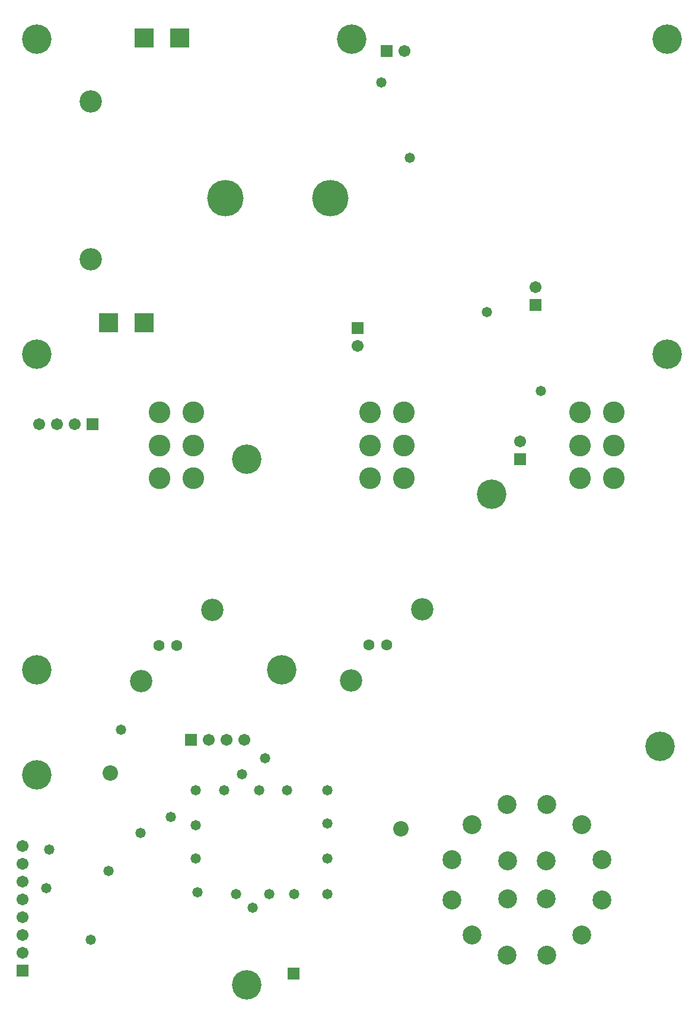
<source format=gbs>
G04*
G04 #@! TF.GenerationSoftware,Altium Limited,CircuitStudio,1.5.2 (30)*
G04*
G04 Layer_Color=8150272*
%FSLAX25Y25*%
%MOIN*%
G70*
G01*
G75*
%ADD73R,0.06706X0.06706*%
%ADD74C,0.06706*%
%ADD75R,0.06706X0.06706*%
%ADD76C,0.12217*%
%ADD77C,0.12611*%
%ADD78C,0.06312*%
%ADD79C,0.16548*%
%ADD80R,0.10642X0.10642*%
%ADD81R,0.10642X0.10642*%
%ADD82C,0.20485*%
%ADD83C,0.10642*%
%ADD84C,0.08674*%
%ADD85C,0.05800*%
D73*
X216535Y544291D02*
D03*
X106299Y157480D02*
D03*
X51181Y334646D02*
D03*
D74*
X226535Y544291D02*
D03*
X11811Y37559D02*
D03*
Y47559D02*
D03*
Y57559D02*
D03*
Y67559D02*
D03*
Y77559D02*
D03*
Y87559D02*
D03*
Y97559D02*
D03*
X116299Y157480D02*
D03*
X126299D02*
D03*
X136299D02*
D03*
X300000Y411811D02*
D03*
X291339Y324961D02*
D03*
X41181Y334646D02*
D03*
X31181D02*
D03*
X21181D02*
D03*
X200000Y378760D02*
D03*
D75*
X11811Y27559D02*
D03*
X164000Y26000D02*
D03*
X300000Y401811D02*
D03*
X291339Y314961D02*
D03*
X200000Y388760D02*
D03*
D76*
X226043Y341339D02*
D03*
Y322835D02*
D03*
Y304331D02*
D03*
X207028Y341339D02*
D03*
Y322835D02*
D03*
Y304331D02*
D03*
X88917D02*
D03*
Y322835D02*
D03*
Y341339D02*
D03*
X107933Y304331D02*
D03*
Y322835D02*
D03*
Y341339D02*
D03*
X344153D02*
D03*
Y322835D02*
D03*
Y304331D02*
D03*
X325138Y341339D02*
D03*
Y322835D02*
D03*
Y304331D02*
D03*
D77*
X196535Y190630D02*
D03*
X236535Y230630D02*
D03*
X118425Y230472D02*
D03*
X78425Y190472D02*
D03*
X50000Y516102D02*
D03*
Y427520D02*
D03*
D78*
X206535Y210630D02*
D03*
X216535D02*
D03*
X98425Y210472D02*
D03*
X88425D02*
D03*
D79*
X275590Y295276D02*
D03*
X157480Y196850D02*
D03*
X137795Y314961D02*
D03*
X19685Y137795D02*
D03*
X137795Y19685D02*
D03*
X19685Y196850D02*
D03*
X370079Y153543D02*
D03*
X196850Y551181D02*
D03*
X374016Y374016D02*
D03*
Y551181D02*
D03*
X19685Y374016D02*
D03*
Y551181D02*
D03*
D80*
X80000Y391811D02*
D03*
X60000D02*
D03*
D81*
X100000Y551811D02*
D03*
X80000D02*
D03*
D82*
X184772Y461811D02*
D03*
X125716D02*
D03*
D83*
X284559Y89457D02*
D03*
X305992Y68024D02*
D03*
Y89457D02*
D03*
X253063Y90051D02*
D03*
X264374Y109642D02*
D03*
X283965Y120953D02*
D03*
X306587D02*
D03*
X326177Y109642D02*
D03*
X337488Y90051D02*
D03*
Y67429D02*
D03*
X326177Y47839D02*
D03*
X306587Y36528D02*
D03*
X283965D02*
D03*
X264374Y47839D02*
D03*
X253063Y67429D02*
D03*
X284559Y68024D02*
D03*
D84*
X61024Y138779D02*
D03*
X224410Y107283D02*
D03*
D85*
X272638Y397638D02*
D03*
X229331Y484252D02*
D03*
X213583Y526575D02*
D03*
X60039Y83661D02*
D03*
X50000Y45000D02*
D03*
X25000Y74000D02*
D03*
X26654Y95653D02*
D03*
X78000Y105000D02*
D03*
X148000Y147000D02*
D03*
X141000Y63000D02*
D03*
X135000Y138000D02*
D03*
X95000Y114000D02*
D03*
X303000Y353331D02*
D03*
X67000Y163000D02*
D03*
X144685Y128937D02*
D03*
X160433D02*
D03*
X183071D02*
D03*
X125000D02*
D03*
X109252D02*
D03*
Y109252D02*
D03*
X110236Y71850D02*
D03*
X109252Y90551D02*
D03*
X183071D02*
D03*
Y70866D02*
D03*
X164370D02*
D03*
X131890D02*
D03*
X150591D02*
D03*
X183071Y110236D02*
D03*
M02*

</source>
